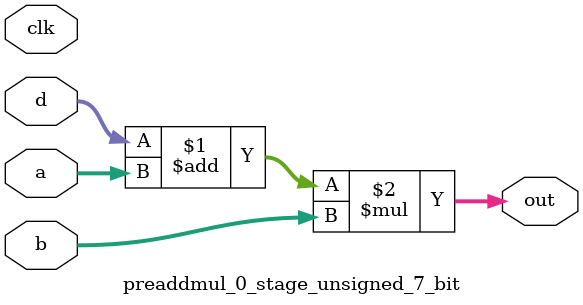
<source format=sv>
(* use_dsp = "yes" *) module preaddmul_0_stage_unsigned_7_bit(
	input  [6:0] a,
	input  [6:0] b,
	input  [6:0] d,
	output [6:0] out,
	input clk);

	assign out = (d + a) * b;
endmodule

</source>
